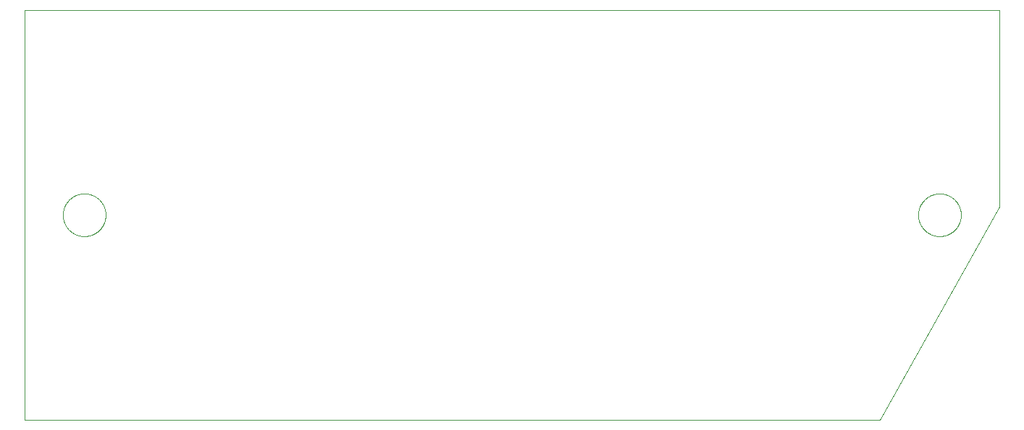
<source format=gbp>
G75*
%MOIN*%
%OFA0B0*%
%FSLAX25Y25*%
%IPPOS*%
%LPD*%
%AMOC8*
5,1,8,0,0,1.08239X$1,22.5*
%
%ADD10C,0.00000*%
D10*
X0004425Y0001800D02*
X0004425Y0190776D01*
X0453244Y0190776D01*
X0453244Y0100225D01*
X0398126Y0001800D01*
X0004425Y0001800D01*
X0022141Y0096288D02*
X0022144Y0096530D01*
X0022153Y0096771D01*
X0022168Y0097012D01*
X0022188Y0097253D01*
X0022215Y0097493D01*
X0022248Y0097732D01*
X0022286Y0097971D01*
X0022330Y0098208D01*
X0022380Y0098445D01*
X0022436Y0098680D01*
X0022498Y0098913D01*
X0022565Y0099145D01*
X0022638Y0099376D01*
X0022716Y0099604D01*
X0022801Y0099830D01*
X0022890Y0100055D01*
X0022985Y0100277D01*
X0023086Y0100496D01*
X0023192Y0100714D01*
X0023303Y0100928D01*
X0023420Y0101140D01*
X0023541Y0101348D01*
X0023668Y0101554D01*
X0023800Y0101756D01*
X0023937Y0101956D01*
X0024078Y0102151D01*
X0024224Y0102344D01*
X0024375Y0102532D01*
X0024531Y0102717D01*
X0024691Y0102898D01*
X0024855Y0103075D01*
X0025024Y0103248D01*
X0025197Y0103417D01*
X0025374Y0103581D01*
X0025555Y0103741D01*
X0025740Y0103897D01*
X0025928Y0104048D01*
X0026121Y0104194D01*
X0026316Y0104335D01*
X0026516Y0104472D01*
X0026718Y0104604D01*
X0026924Y0104731D01*
X0027132Y0104852D01*
X0027344Y0104969D01*
X0027558Y0105080D01*
X0027776Y0105186D01*
X0027995Y0105287D01*
X0028217Y0105382D01*
X0028442Y0105471D01*
X0028668Y0105556D01*
X0028896Y0105634D01*
X0029127Y0105707D01*
X0029359Y0105774D01*
X0029592Y0105836D01*
X0029827Y0105892D01*
X0030064Y0105942D01*
X0030301Y0105986D01*
X0030540Y0106024D01*
X0030779Y0106057D01*
X0031019Y0106084D01*
X0031260Y0106104D01*
X0031501Y0106119D01*
X0031742Y0106128D01*
X0031984Y0106131D01*
X0032226Y0106128D01*
X0032467Y0106119D01*
X0032708Y0106104D01*
X0032949Y0106084D01*
X0033189Y0106057D01*
X0033428Y0106024D01*
X0033667Y0105986D01*
X0033904Y0105942D01*
X0034141Y0105892D01*
X0034376Y0105836D01*
X0034609Y0105774D01*
X0034841Y0105707D01*
X0035072Y0105634D01*
X0035300Y0105556D01*
X0035526Y0105471D01*
X0035751Y0105382D01*
X0035973Y0105287D01*
X0036192Y0105186D01*
X0036410Y0105080D01*
X0036624Y0104969D01*
X0036836Y0104852D01*
X0037044Y0104731D01*
X0037250Y0104604D01*
X0037452Y0104472D01*
X0037652Y0104335D01*
X0037847Y0104194D01*
X0038040Y0104048D01*
X0038228Y0103897D01*
X0038413Y0103741D01*
X0038594Y0103581D01*
X0038771Y0103417D01*
X0038944Y0103248D01*
X0039113Y0103075D01*
X0039277Y0102898D01*
X0039437Y0102717D01*
X0039593Y0102532D01*
X0039744Y0102344D01*
X0039890Y0102151D01*
X0040031Y0101956D01*
X0040168Y0101756D01*
X0040300Y0101554D01*
X0040427Y0101348D01*
X0040548Y0101140D01*
X0040665Y0100928D01*
X0040776Y0100714D01*
X0040882Y0100496D01*
X0040983Y0100277D01*
X0041078Y0100055D01*
X0041167Y0099830D01*
X0041252Y0099604D01*
X0041330Y0099376D01*
X0041403Y0099145D01*
X0041470Y0098913D01*
X0041532Y0098680D01*
X0041588Y0098445D01*
X0041638Y0098208D01*
X0041682Y0097971D01*
X0041720Y0097732D01*
X0041753Y0097493D01*
X0041780Y0097253D01*
X0041800Y0097012D01*
X0041815Y0096771D01*
X0041824Y0096530D01*
X0041827Y0096288D01*
X0041824Y0096046D01*
X0041815Y0095805D01*
X0041800Y0095564D01*
X0041780Y0095323D01*
X0041753Y0095083D01*
X0041720Y0094844D01*
X0041682Y0094605D01*
X0041638Y0094368D01*
X0041588Y0094131D01*
X0041532Y0093896D01*
X0041470Y0093663D01*
X0041403Y0093431D01*
X0041330Y0093200D01*
X0041252Y0092972D01*
X0041167Y0092746D01*
X0041078Y0092521D01*
X0040983Y0092299D01*
X0040882Y0092080D01*
X0040776Y0091862D01*
X0040665Y0091648D01*
X0040548Y0091436D01*
X0040427Y0091228D01*
X0040300Y0091022D01*
X0040168Y0090820D01*
X0040031Y0090620D01*
X0039890Y0090425D01*
X0039744Y0090232D01*
X0039593Y0090044D01*
X0039437Y0089859D01*
X0039277Y0089678D01*
X0039113Y0089501D01*
X0038944Y0089328D01*
X0038771Y0089159D01*
X0038594Y0088995D01*
X0038413Y0088835D01*
X0038228Y0088679D01*
X0038040Y0088528D01*
X0037847Y0088382D01*
X0037652Y0088241D01*
X0037452Y0088104D01*
X0037250Y0087972D01*
X0037044Y0087845D01*
X0036836Y0087724D01*
X0036624Y0087607D01*
X0036410Y0087496D01*
X0036192Y0087390D01*
X0035973Y0087289D01*
X0035751Y0087194D01*
X0035526Y0087105D01*
X0035300Y0087020D01*
X0035072Y0086942D01*
X0034841Y0086869D01*
X0034609Y0086802D01*
X0034376Y0086740D01*
X0034141Y0086684D01*
X0033904Y0086634D01*
X0033667Y0086590D01*
X0033428Y0086552D01*
X0033189Y0086519D01*
X0032949Y0086492D01*
X0032708Y0086472D01*
X0032467Y0086457D01*
X0032226Y0086448D01*
X0031984Y0086445D01*
X0031742Y0086448D01*
X0031501Y0086457D01*
X0031260Y0086472D01*
X0031019Y0086492D01*
X0030779Y0086519D01*
X0030540Y0086552D01*
X0030301Y0086590D01*
X0030064Y0086634D01*
X0029827Y0086684D01*
X0029592Y0086740D01*
X0029359Y0086802D01*
X0029127Y0086869D01*
X0028896Y0086942D01*
X0028668Y0087020D01*
X0028442Y0087105D01*
X0028217Y0087194D01*
X0027995Y0087289D01*
X0027776Y0087390D01*
X0027558Y0087496D01*
X0027344Y0087607D01*
X0027132Y0087724D01*
X0026924Y0087845D01*
X0026718Y0087972D01*
X0026516Y0088104D01*
X0026316Y0088241D01*
X0026121Y0088382D01*
X0025928Y0088528D01*
X0025740Y0088679D01*
X0025555Y0088835D01*
X0025374Y0088995D01*
X0025197Y0089159D01*
X0025024Y0089328D01*
X0024855Y0089501D01*
X0024691Y0089678D01*
X0024531Y0089859D01*
X0024375Y0090044D01*
X0024224Y0090232D01*
X0024078Y0090425D01*
X0023937Y0090620D01*
X0023800Y0090820D01*
X0023668Y0091022D01*
X0023541Y0091228D01*
X0023420Y0091436D01*
X0023303Y0091648D01*
X0023192Y0091862D01*
X0023086Y0092080D01*
X0022985Y0092299D01*
X0022890Y0092521D01*
X0022801Y0092746D01*
X0022716Y0092972D01*
X0022638Y0093200D01*
X0022565Y0093431D01*
X0022498Y0093663D01*
X0022436Y0093896D01*
X0022380Y0094131D01*
X0022330Y0094368D01*
X0022286Y0094605D01*
X0022248Y0094844D01*
X0022215Y0095083D01*
X0022188Y0095323D01*
X0022168Y0095564D01*
X0022153Y0095805D01*
X0022144Y0096046D01*
X0022141Y0096288D01*
X0415842Y0096288D02*
X0415845Y0096530D01*
X0415854Y0096771D01*
X0415869Y0097012D01*
X0415889Y0097253D01*
X0415916Y0097493D01*
X0415949Y0097732D01*
X0415987Y0097971D01*
X0416031Y0098208D01*
X0416081Y0098445D01*
X0416137Y0098680D01*
X0416199Y0098913D01*
X0416266Y0099145D01*
X0416339Y0099376D01*
X0416417Y0099604D01*
X0416502Y0099830D01*
X0416591Y0100055D01*
X0416686Y0100277D01*
X0416787Y0100496D01*
X0416893Y0100714D01*
X0417004Y0100928D01*
X0417121Y0101140D01*
X0417242Y0101348D01*
X0417369Y0101554D01*
X0417501Y0101756D01*
X0417638Y0101956D01*
X0417779Y0102151D01*
X0417925Y0102344D01*
X0418076Y0102532D01*
X0418232Y0102717D01*
X0418392Y0102898D01*
X0418556Y0103075D01*
X0418725Y0103248D01*
X0418898Y0103417D01*
X0419075Y0103581D01*
X0419256Y0103741D01*
X0419441Y0103897D01*
X0419629Y0104048D01*
X0419822Y0104194D01*
X0420017Y0104335D01*
X0420217Y0104472D01*
X0420419Y0104604D01*
X0420625Y0104731D01*
X0420833Y0104852D01*
X0421045Y0104969D01*
X0421259Y0105080D01*
X0421477Y0105186D01*
X0421696Y0105287D01*
X0421918Y0105382D01*
X0422143Y0105471D01*
X0422369Y0105556D01*
X0422597Y0105634D01*
X0422828Y0105707D01*
X0423060Y0105774D01*
X0423293Y0105836D01*
X0423528Y0105892D01*
X0423765Y0105942D01*
X0424002Y0105986D01*
X0424241Y0106024D01*
X0424480Y0106057D01*
X0424720Y0106084D01*
X0424961Y0106104D01*
X0425202Y0106119D01*
X0425443Y0106128D01*
X0425685Y0106131D01*
X0425927Y0106128D01*
X0426168Y0106119D01*
X0426409Y0106104D01*
X0426650Y0106084D01*
X0426890Y0106057D01*
X0427129Y0106024D01*
X0427368Y0105986D01*
X0427605Y0105942D01*
X0427842Y0105892D01*
X0428077Y0105836D01*
X0428310Y0105774D01*
X0428542Y0105707D01*
X0428773Y0105634D01*
X0429001Y0105556D01*
X0429227Y0105471D01*
X0429452Y0105382D01*
X0429674Y0105287D01*
X0429893Y0105186D01*
X0430111Y0105080D01*
X0430325Y0104969D01*
X0430537Y0104852D01*
X0430745Y0104731D01*
X0430951Y0104604D01*
X0431153Y0104472D01*
X0431353Y0104335D01*
X0431548Y0104194D01*
X0431741Y0104048D01*
X0431929Y0103897D01*
X0432114Y0103741D01*
X0432295Y0103581D01*
X0432472Y0103417D01*
X0432645Y0103248D01*
X0432814Y0103075D01*
X0432978Y0102898D01*
X0433138Y0102717D01*
X0433294Y0102532D01*
X0433445Y0102344D01*
X0433591Y0102151D01*
X0433732Y0101956D01*
X0433869Y0101756D01*
X0434001Y0101554D01*
X0434128Y0101348D01*
X0434249Y0101140D01*
X0434366Y0100928D01*
X0434477Y0100714D01*
X0434583Y0100496D01*
X0434684Y0100277D01*
X0434779Y0100055D01*
X0434868Y0099830D01*
X0434953Y0099604D01*
X0435031Y0099376D01*
X0435104Y0099145D01*
X0435171Y0098913D01*
X0435233Y0098680D01*
X0435289Y0098445D01*
X0435339Y0098208D01*
X0435383Y0097971D01*
X0435421Y0097732D01*
X0435454Y0097493D01*
X0435481Y0097253D01*
X0435501Y0097012D01*
X0435516Y0096771D01*
X0435525Y0096530D01*
X0435528Y0096288D01*
X0435525Y0096046D01*
X0435516Y0095805D01*
X0435501Y0095564D01*
X0435481Y0095323D01*
X0435454Y0095083D01*
X0435421Y0094844D01*
X0435383Y0094605D01*
X0435339Y0094368D01*
X0435289Y0094131D01*
X0435233Y0093896D01*
X0435171Y0093663D01*
X0435104Y0093431D01*
X0435031Y0093200D01*
X0434953Y0092972D01*
X0434868Y0092746D01*
X0434779Y0092521D01*
X0434684Y0092299D01*
X0434583Y0092080D01*
X0434477Y0091862D01*
X0434366Y0091648D01*
X0434249Y0091436D01*
X0434128Y0091228D01*
X0434001Y0091022D01*
X0433869Y0090820D01*
X0433732Y0090620D01*
X0433591Y0090425D01*
X0433445Y0090232D01*
X0433294Y0090044D01*
X0433138Y0089859D01*
X0432978Y0089678D01*
X0432814Y0089501D01*
X0432645Y0089328D01*
X0432472Y0089159D01*
X0432295Y0088995D01*
X0432114Y0088835D01*
X0431929Y0088679D01*
X0431741Y0088528D01*
X0431548Y0088382D01*
X0431353Y0088241D01*
X0431153Y0088104D01*
X0430951Y0087972D01*
X0430745Y0087845D01*
X0430537Y0087724D01*
X0430325Y0087607D01*
X0430111Y0087496D01*
X0429893Y0087390D01*
X0429674Y0087289D01*
X0429452Y0087194D01*
X0429227Y0087105D01*
X0429001Y0087020D01*
X0428773Y0086942D01*
X0428542Y0086869D01*
X0428310Y0086802D01*
X0428077Y0086740D01*
X0427842Y0086684D01*
X0427605Y0086634D01*
X0427368Y0086590D01*
X0427129Y0086552D01*
X0426890Y0086519D01*
X0426650Y0086492D01*
X0426409Y0086472D01*
X0426168Y0086457D01*
X0425927Y0086448D01*
X0425685Y0086445D01*
X0425443Y0086448D01*
X0425202Y0086457D01*
X0424961Y0086472D01*
X0424720Y0086492D01*
X0424480Y0086519D01*
X0424241Y0086552D01*
X0424002Y0086590D01*
X0423765Y0086634D01*
X0423528Y0086684D01*
X0423293Y0086740D01*
X0423060Y0086802D01*
X0422828Y0086869D01*
X0422597Y0086942D01*
X0422369Y0087020D01*
X0422143Y0087105D01*
X0421918Y0087194D01*
X0421696Y0087289D01*
X0421477Y0087390D01*
X0421259Y0087496D01*
X0421045Y0087607D01*
X0420833Y0087724D01*
X0420625Y0087845D01*
X0420419Y0087972D01*
X0420217Y0088104D01*
X0420017Y0088241D01*
X0419822Y0088382D01*
X0419629Y0088528D01*
X0419441Y0088679D01*
X0419256Y0088835D01*
X0419075Y0088995D01*
X0418898Y0089159D01*
X0418725Y0089328D01*
X0418556Y0089501D01*
X0418392Y0089678D01*
X0418232Y0089859D01*
X0418076Y0090044D01*
X0417925Y0090232D01*
X0417779Y0090425D01*
X0417638Y0090620D01*
X0417501Y0090820D01*
X0417369Y0091022D01*
X0417242Y0091228D01*
X0417121Y0091436D01*
X0417004Y0091648D01*
X0416893Y0091862D01*
X0416787Y0092080D01*
X0416686Y0092299D01*
X0416591Y0092521D01*
X0416502Y0092746D01*
X0416417Y0092972D01*
X0416339Y0093200D01*
X0416266Y0093431D01*
X0416199Y0093663D01*
X0416137Y0093896D01*
X0416081Y0094131D01*
X0416031Y0094368D01*
X0415987Y0094605D01*
X0415949Y0094844D01*
X0415916Y0095083D01*
X0415889Y0095323D01*
X0415869Y0095564D01*
X0415854Y0095805D01*
X0415845Y0096046D01*
X0415842Y0096288D01*
M02*

</source>
